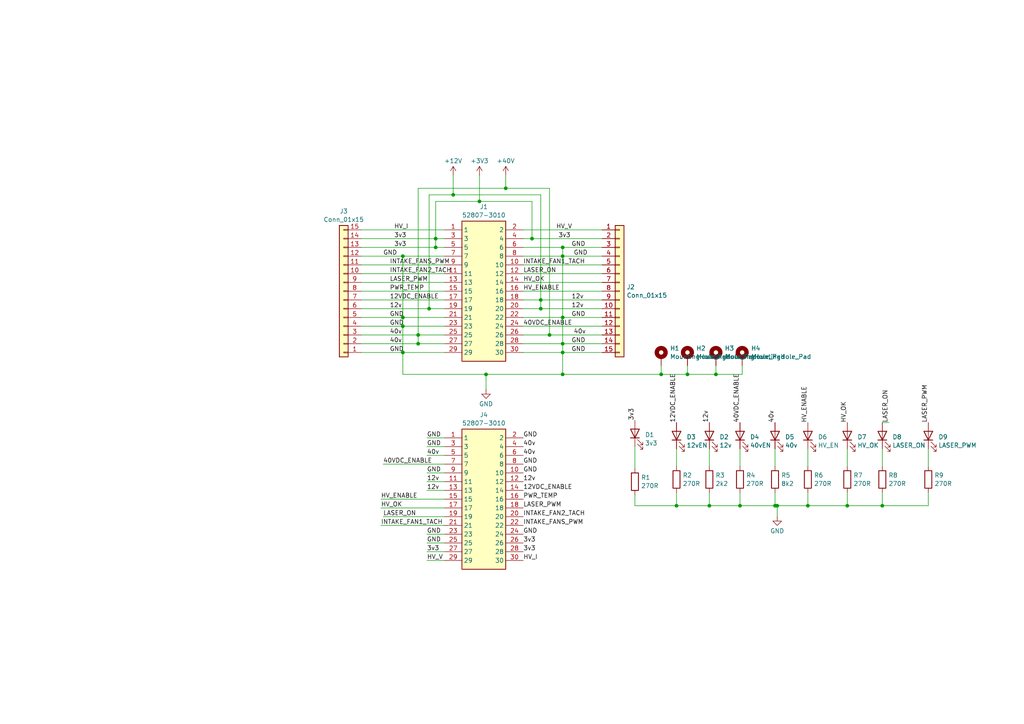
<source format=kicad_sch>
(kicad_sch (version 20231120) (generator "eeschema") (generator_version "8.0")
  (paper "A4")
  (lib_symbols
    (symbol "52807-3010:52807-3010"
      (property "Reference" "J" (at 19.05 7.62 0))
      (property "Value" "52807-3010" (at 19.05 5.08 0))
      (symbol "52807-3010_1_1"
        (rectangle (start 5.08 2.54) (end 17.78 -38.1) (stroke (width 0.254)) (fill (type background)))
        (pin passive line (at 0 0 0) (length 5.08) (name "1") (number "1"))
        (pin passive line (at 22.86 -10.16 180) (length 5.08) (name "10") (number "10"))
        (pin passive line (at 0 -12.7 0) (length 5.08) (name "11") (number "11"))
        (pin passive line (at 22.86 -12.7 180) (length 5.08) (name "12") (number "12"))
        (pin passive line (at 0 -15.24 0) (length 5.08) (name "13") (number "13"))
        (pin passive line (at 22.86 -15.24 180) (length 5.08) (name "14") (number "14"))
        (pin passive line (at 0 -17.78 0) (length 5.08) (name "15") (number "15"))
        (pin passive line (at 22.86 -17.78 180) (length 5.08) (name "16") (number "16"))
        (pin passive line (at 0 -20.32 0) (length 5.08) (name "17") (number "17"))
        (pin passive line (at 22.86 -20.32 180) (length 5.08) (name "18") (number "18"))
        (pin passive line (at 0 -22.86 0) (length 5.08) (name "19") (number "19"))
        (pin passive line (at 22.86 0 180) (length 5.08) (name "2") (number "2"))
        (pin passive line (at 22.86 -22.86 180) (length 5.08) (name "20") (number "20"))
        (pin passive line (at 0 -25.4 0) (length 5.08) (name "21") (number "21"))
        (pin passive line (at 22.86 -25.4 180) (length 5.08) (name "22") (number "22"))
        (pin passive line (at 0 -27.94 0) (length 5.08) (name "23") (number "23"))
        (pin passive line (at 22.86 -27.94 180) (length 5.08) (name "24") (number "24"))
        (pin passive line (at 0 -30.48 0) (length 5.08) (name "25") (number "25"))
        (pin passive line (at 22.86 -30.48 180) (length 5.08) (name "26") (number "26"))
        (pin passive line (at 0 -33.02 0) (length 5.08) (name "27") (number "27"))
        (pin passive line (at 22.86 -33.02 180) (length 5.08) (name "28") (number "28"))
        (pin passive line (at 0 -35.56 0) (length 5.08) (name "29") (number "29"))
        (pin passive line (at 0 -2.54 0) (length 5.08) (name "3") (number "3"))
        (pin passive line (at 22.86 -35.56 180) (length 5.08) (name "30") (number "30"))
        (pin passive line (at 22.86 -2.54 180) (length 5.08) (name "4") (number "4"))
        (pin passive line (at 0 -5.08 0) (length 5.08) (name "5") (number "5"))
        (pin passive line (at 22.86 -5.08 180) (length 5.08) (name "6") (number "6"))
        (pin passive line (at 0 -7.62 0) (length 5.08) (name "7") (number "7"))
        (pin passive line (at 22.86 -7.62 180) (length 5.08) (name "8") (number "8"))
        (pin passive line (at 0 -10.16 0) (length 5.08) (name "9") (number "9"))
      )
    )
    (symbol "Connector_Generic:Conn_01x15" (pin_names (offset 1.016) hide)
      (property "Reference" "J" (at 0 20.32 0))
      (property "Value" "Conn_01x15" (at 0 -20.32 0))
      (symbol "Conn_01x15_1_1"
        (rectangle (start -1.27 -17.653) (end 0 -17.907) (stroke (width 0.1524)))
        (rectangle (start -1.27 -15.113) (end 0 -15.367) (stroke (width 0.1524)))
        (rectangle (start -1.27 -12.573) (end 0 -12.827) (stroke (width 0.1524)))
        (rectangle (start -1.27 -10.033) (end 0 -10.287) (stroke (width 0.1524)))
        (rectangle (start -1.27 -7.493) (end 0 -7.747) (stroke (width 0.1524)))
        (rectangle (start -1.27 -4.953) (end 0 -5.207) (stroke (width 0.1524)))
        (rectangle (start -1.27 -2.413) (end 0 -2.667) (stroke (width 0.1524)))
        (rectangle (start -1.27 0.127) (end 0 -0.127) (stroke (width 0.1524)))
        (rectangle (start -1.27 2.667) (end 0 2.413) (stroke (width 0.1524)))
        (rectangle (start -1.27 5.207) (end 0 4.953) (stroke (width 0.1524)))
        (rectangle (start -1.27 7.747) (end 0 7.493) (stroke (width 0.1524)))
        (rectangle (start -1.27 10.287) (end 0 10.033) (stroke (width 0.1524)))
        (rectangle (start -1.27 12.827) (end 0 12.573) (stroke (width 0.1524)))
        (rectangle (start -1.27 15.367) (end 0 15.113) (stroke (width 0.1524)))
        (rectangle (start -1.27 17.907) (end 0 17.653) (stroke (width 0.1524)))
        (rectangle (start -1.27 19.05) (end 1.27 -19.05) (stroke (width 0.254)) (fill (type background)))
        (pin passive line (at -5.08 17.78 0) (length 3.81) (name "Pin_1") (number "1"))
        (pin passive line (at -5.08 -5.08 0) (length 3.81) (name "Pin_10") (number "10"))
        (pin passive line (at -5.08 -7.62 0) (length 3.81) (name "Pin_11") (number "11"))
        (pin passive line (at -5.08 -10.16 0) (length 3.81) (name "Pin_12") (number "12"))
        (pin passive line (at -5.08 -12.7 0) (length 3.81) (name "Pin_13") (number "13"))
        (pin passive line (at -5.08 -15.24 0) (length 3.81) (name "Pin_14") (number "14"))
        (pin passive line (at -5.08 -17.78 0) (length 3.81) (name "Pin_15") (number "15"))
        (pin passive line (at -5.08 15.24 0) (length 3.81) (name "Pin_2") (number "2"))
        (pin passive line (at -5.08 12.7 0) (length 3.81) (name "Pin_3") (number "3"))
        (pin passive line (at -5.08 10.16 0) (length 3.81) (name "Pin_4") (number "4"))
        (pin passive line (at -5.08 7.62 0) (length 3.81) (name "Pin_5") (number "5"))
        (pin passive line (at -5.08 5.08 0) (length 3.81) (name "Pin_6") (number "6"))
        (pin passive line (at -5.08 2.54 0) (length 3.81) (name "Pin_7") (number "7"))
        (pin passive line (at -5.08 0 0) (length 3.81) (name "Pin_8") (number "8"))
        (pin passive line (at -5.08 -2.54 0) (length 3.81) (name "Pin_9") (number "9"))
      )
    )
    (symbol "Device:LED" (pin_numbers hide) (pin_names (offset 1.016) hide)
      (property "Reference" "D" (at 0 2.54 0))
      (property "Value" "LED" (at 0 -2.54 0))
      (symbol "LED_0_1"
        (polyline (pts (xy -1.27 -1.27) (xy -1.27 1.27)) (stroke (width 0.254)))
        (polyline (pts (xy -1.27 0) (xy 1.27 0)))
        (polyline (pts (xy 1.27 -1.27) (xy 1.27 1.27) (xy -1.27 0) (xy 1.27 -1.27)) (stroke (width 0.254)))
        (polyline (pts (xy -3.048 -0.762) (xy -4.572 -2.286) (xy -3.81 -2.286) (xy -4.572 -2.286) (xy -4.572 -1.524)))
        (polyline (pts (xy -1.778 -0.762) (xy -3.302 -2.286) (xy -2.54 -2.286) (xy -3.302 -2.286) (xy -3.302 -1.524)))
      )
      (symbol "LED_1_1"
        (pin passive line (at -3.81 0 0) (length 2.54) (name "K") (number "1"))
        (pin passive line (at 3.81 0 180) (length 2.54) (name "A") (number "2"))
      )
    )
    (symbol "Device:R" (pin_numbers hide) (pin_names (offset 0))
      (property "Reference" "R" (at 2.032 0 90))
      (property "Value" "R" (at 0 0 90))
      (symbol "R_0_1"
        (rectangle (start -1.016 -2.54) (end 1.016 2.54) (stroke (width 0.254)))
      )
      (symbol "R_1_1"
        (pin passive line (at 0 3.81 270) (length 1.27) (name "~") (number "1"))
        (pin passive line (at 0 -3.81 90) (length 1.27) (name "~") (number "2"))
      )
    )
    (symbol "Mechanical:MountingHole_Pad" (pin_numbers hide) (pin_names (offset 1.016) hide) (exclude_from_sim yes) (in_bom no)
      (property "Reference" "H" (at 0 6.35 0))
      (property "Value" "MountingHole_Pad" (at 0 4.445 0))
      (symbol "MountingHole_Pad_0_1"
        (circle (center 0 1.27) (radius 1.27) (stroke (width 1.27)))
      )
      (symbol "MountingHole_Pad_1_1"
        (pin input line (at 0 -2.54 90) (length 2.54) (name "1") (number "1"))
      )
    )
    (symbol "power:+12V" (power) (pin_numbers hide) (pin_names (offset 0) hide)
      (property "Value" "+12V" (at 0 3.556 0))
      (symbol "+12V_0_1"
        (polyline (pts (xy -0.762 1.27) (xy 0 2.54)))
        (polyline (pts (xy 0 0) (xy 0 2.54)))
        (polyline (pts (xy 0 2.54) (xy 0.762 1.27)))
      )
      (symbol "+12V_1_1"
        (pin power_in line (at 0 0 90) (length 0) (name "~") (number "1"))
      )
    )
    (symbol "power:+36V" (power) (pin_numbers hide) (pin_names (offset 0) hide)
      (property "Value" "+36V" (at 0 3.556 0))
      (symbol "+36V_0_1"
        (polyline (pts (xy -0.762 1.27) (xy 0 2.54)))
        (polyline (pts (xy 0 0) (xy 0 2.54)))
        (polyline (pts (xy 0 2.54) (xy 0.762 1.27)))
      )
      (symbol "+36V_1_1"
        (pin power_in line (at 0 0 90) (length 0) (name "~") (number "1"))
      )
    )
    (symbol "power:+3V3" (power) (pin_numbers hide) (pin_names (offset 0) hide)
      (property "Value" "+3V3" (at 0 3.556 0))
      (symbol "+3V3_0_1"
        (polyline (pts (xy -0.762 1.27) (xy 0 2.54)))
        (polyline (pts (xy 0 0) (xy 0 2.54)))
        (polyline (pts (xy 0 2.54) (xy 0.762 1.27)))
      )
      (symbol "+3V3_1_1"
        (pin power_in line (at 0 0 90) (length 0) (name "~") (number "1"))
      )
    )
    (symbol "power:GND" (power) (pin_numbers hide) (pin_names (offset 0) hide)
      (property "Value" "GND" (at 0 -3.81 0))
      (symbol "GND_0_1"
        (polyline (pts (xy 0 0) (xy 0 -1.27) (xy 1.27 -1.27) (xy 0 -2.54) (xy -1.27 -1.27) (xy 0 -1.27)))
      )
      (symbol "GND_1_1"
        (pin power_in line (at 0 0 270) (length 0) (name "~") (number "1"))
      )
    )
  )
  (junction (at 121.285 97.155))
  (junction (at 234.315 146.685))
  (junction (at 196.215 146.685))
  (junction (at 255.905 146.685))
  (junction (at 116.84 102.235))
  (junction (at 121.285 99.695))
  (junction (at 245.745 146.685))
  (junction (at 163.195 99.695))
  (junction (at 116.84 94.615))
  (junction (at 116.84 74.295))
  (junction (at 124.46 89.535))
  (junction (at 224.79 146.685))
  (junction (at 225.425 146.685))
  (junction (at 146.685 54.61))
  (junction (at 163.195 92.075))
  (junction (at 205.74 146.685))
  (junction (at 207.645 108.585))
  (junction (at 116.84 92.075))
  (junction (at 126.365 71.755))
  (junction (at 199.39 108.585))
  (junction (at 154.305 69.215))
  (junction (at 163.195 102.235))
  (junction (at 214.63 146.685))
  (junction (at 131.445 56.515))
  (junction (at 139.065 58.42))
  (junction (at 163.195 74.295))
  (junction (at 191.77 108.585))
  (junction (at 156.845 89.535))
  (junction (at 163.195 71.755))
  (junction (at 140.97 108.585))
  (junction (at 126.365 69.215))
  (junction (at 163.195 108.585))
  (junction (at 159.385 97.155))
  (junction (at 156.845 86.995))
  (wire (pts (xy 151.765 92.075) (xy 163.195 92.075)))
  (wire (pts (xy 151.765 76.835) (xy 174.625 76.835)))
  (wire (pts (xy 163.195 102.235) (xy 163.195 108.585)))
  (wire (pts (xy 116.84 74.295) (xy 116.84 92.075)))
  (wire (pts (xy 151.765 84.455) (xy 174.625 84.455)))
  (wire (pts (xy 214.63 146.685) (xy 224.79 146.685)))
  (wire (pts (xy 245.745 146.685) (xy 255.905 146.685)))
  (wire (pts (xy 126.365 58.42) (xy 139.065 58.42)))
  (wire (pts (xy 156.845 89.535) (xy 174.625 89.535)))
  (wire (pts (xy 205.74 142.875) (xy 205.74 146.685)))
  (wire (pts (xy 140.97 108.585) (xy 140.97 113.03)))
  (wire (pts (xy 116.84 108.585) (xy 140.97 108.585)))
  (wire (pts (xy 104.775 71.755) (xy 126.365 71.755)))
  (wire (pts (xy 156.845 56.515) (xy 131.445 56.515)))
  (wire (pts (xy 116.84 92.075) (xy 116.84 94.615)))
  (wire (pts (xy 199.39 106.045) (xy 199.39 108.585)))
  (wire (pts (xy 110.49 147.32) (xy 128.905 147.32)))
  (wire (pts (xy 111.125 134.62) (xy 128.905 134.62)))
  (wire (pts (xy 131.445 50.8) (xy 131.445 56.515)))
  (wire (pts (xy 199.39 108.585) (xy 207.645 108.585)))
  (wire (pts (xy 191.77 108.585) (xy 199.39 108.585)))
  (wire (pts (xy 163.195 92.075) (xy 174.625 92.075)))
  (wire (pts (xy 123.825 162.56) (xy 128.905 162.56)))
  (wire (pts (xy 104.775 66.675) (xy 128.905 66.675)))
  (wire (pts (xy 151.765 71.755) (xy 163.195 71.755)))
  (wire (pts (xy 123.825 139.7) (xy 128.905 139.7)))
  (wire (pts (xy 121.285 54.61) (xy 146.685 54.61)))
  (wire (pts (xy 207.645 108.585) (xy 215.265 108.585)))
  (wire (pts (xy 163.195 74.295) (xy 174.625 74.295)))
  (wire (pts (xy 151.765 81.915) (xy 174.625 81.915)))
  (wire (pts (xy 151.765 79.375) (xy 174.625 79.375)))
  (wire (pts (xy 104.775 94.615) (xy 116.84 94.615)))
  (wire (pts (xy 269.24 142.875) (xy 269.24 146.685)))
  (wire (pts (xy 146.685 54.61) (xy 159.385 54.61)))
  (wire (pts (xy 104.775 76.835) (xy 128.905 76.835)))
  (wire (pts (xy 126.365 69.215) (xy 126.365 58.42)))
  (wire (pts (xy 110.49 144.78) (xy 128.905 144.78)))
  (wire (pts (xy 255.905 130.175) (xy 255.905 135.255)))
  (wire (pts (xy 154.305 58.42) (xy 154.305 69.215)))
  (wire (pts (xy 151.765 89.535) (xy 156.845 89.535)))
  (wire (pts (xy 269.24 130.175) (xy 269.24 135.255)))
  (wire (pts (xy 116.84 94.615) (xy 116.84 102.235)))
  (wire (pts (xy 245.745 142.875) (xy 245.745 146.685)))
  (wire (pts (xy 123.825 154.94) (xy 128.905 154.94)))
  (wire (pts (xy 224.79 130.175) (xy 224.79 135.255)))
  (wire (pts (xy 151.765 94.615) (xy 174.625 94.615)))
  (wire (pts (xy 140.97 108.585) (xy 163.195 108.585)))
  (wire (pts (xy 104.775 102.235) (xy 116.84 102.235)))
  (wire (pts (xy 110.49 152.4) (xy 128.905 152.4)))
  (wire (pts (xy 104.775 79.375) (xy 128.905 79.375)))
  (wire (pts (xy 205.74 130.175) (xy 205.74 135.255)))
  (wire (pts (xy 104.775 99.695) (xy 121.285 99.695)))
  (wire (pts (xy 104.775 84.455) (xy 128.905 84.455)))
  (wire (pts (xy 104.775 92.075) (xy 116.84 92.075)))
  (wire (pts (xy 123.825 137.16) (xy 128.905 137.16)))
  (wire (pts (xy 151.765 66.675) (xy 174.625 66.675)))
  (wire (pts (xy 159.385 97.155) (xy 174.625 97.155)))
  (wire (pts (xy 151.765 97.155) (xy 159.385 97.155)))
  (wire (pts (xy 163.195 99.695) (xy 163.195 102.235)))
  (wire (pts (xy 124.46 56.515) (xy 124.46 89.535)))
  (wire (pts (xy 126.365 71.755) (xy 128.905 71.755)))
  (wire (pts (xy 234.315 130.175) (xy 234.315 135.255)))
  (wire (pts (xy 151.765 86.995) (xy 156.845 86.995)))
  (wire (pts (xy 116.84 92.075) (xy 128.905 92.075)))
  (wire (pts (xy 126.365 69.215) (xy 126.365 71.755)))
  (wire (pts (xy 121.285 97.155) (xy 121.285 99.695)))
  (wire (pts (xy 151.765 69.215) (xy 154.305 69.215)))
  (wire (pts (xy 196.215 130.175) (xy 196.215 135.255)))
  (wire (pts (xy 207.645 106.045) (xy 207.645 108.585)))
  (wire (pts (xy 196.215 142.875) (xy 196.215 146.685)))
  (wire (pts (xy 123.825 129.54) (xy 128.905 129.54)))
  (wire (pts (xy 255.905 142.875) (xy 255.905 146.685)))
  (wire (pts (xy 255.905 122.555) (xy 257.81 122.555)))
  (wire (pts (xy 154.305 69.215) (xy 174.625 69.215)))
  (wire (pts (xy 255.905 146.685) (xy 269.24 146.685)))
  (wire (pts (xy 104.775 74.295) (xy 116.84 74.295)))
  (wire (pts (xy 163.195 71.755) (xy 174.625 71.755)))
  (wire (pts (xy 191.77 106.045) (xy 191.77 108.585)))
  (wire (pts (xy 151.765 102.235) (xy 163.195 102.235)))
  (wire (pts (xy 214.63 130.175) (xy 214.63 135.255)))
  (wire (pts (xy 111.125 149.86) (xy 128.905 149.86)))
  (wire (pts (xy 234.315 146.685) (xy 245.745 146.685)))
  (wire (pts (xy 224.79 142.875) (xy 224.79 146.685)))
  (wire (pts (xy 224.79 146.685) (xy 225.425 146.685)))
  (wire (pts (xy 156.845 86.995) (xy 156.845 89.535)))
  (wire (pts (xy 163.195 74.295) (xy 163.195 92.075)))
  (wire (pts (xy 225.425 146.685) (xy 234.315 146.685)))
  (wire (pts (xy 184.15 146.685) (xy 196.215 146.685)))
  (wire (pts (xy 151.765 74.295) (xy 163.195 74.295)))
  (wire (pts (xy 139.065 50.8) (xy 139.065 58.42)))
  (wire (pts (xy 151.765 99.695) (xy 163.195 99.695)))
  (wire (pts (xy 156.845 86.995) (xy 174.625 86.995)))
  (wire (pts (xy 126.365 69.215) (xy 128.905 69.215)))
  (wire (pts (xy 163.195 102.235) (xy 174.625 102.235)))
  (wire (pts (xy 163.195 71.755) (xy 163.195 74.295)))
  (wire (pts (xy 205.74 146.685) (xy 214.63 146.685)))
  (wire (pts (xy 159.385 54.61) (xy 159.385 97.155)))
  (wire (pts (xy 131.445 56.515) (xy 124.46 56.515)))
  (wire (pts (xy 146.685 50.8) (xy 146.685 54.61)))
  (wire (pts (xy 104.775 89.535) (xy 124.46 89.535)))
  (wire (pts (xy 163.195 99.695) (xy 174.625 99.695)))
  (wire (pts (xy 121.285 97.155) (xy 128.905 97.155)))
  (wire (pts (xy 123.825 160.02) (xy 128.905 160.02)))
  (wire (pts (xy 116.84 74.295) (xy 128.905 74.295)))
  (wire (pts (xy 116.84 102.235) (xy 128.905 102.235)))
  (wire (pts (xy 123.825 157.48) (xy 128.905 157.48)))
  (wire (pts (xy 124.46 89.535) (xy 128.905 89.535)))
  (wire (pts (xy 116.84 94.615) (xy 128.905 94.615)))
  (wire (pts (xy 123.825 142.24) (xy 128.905 142.24)))
  (wire (pts (xy 104.775 81.915) (xy 128.905 81.915)))
  (wire (pts (xy 215.265 108.585) (xy 215.265 106.045)))
  (wire (pts (xy 121.285 97.155) (xy 121.285 54.61)))
  (wire (pts (xy 104.775 69.215) (xy 126.365 69.215)))
  (wire (pts (xy 104.775 86.995) (xy 128.905 86.995)))
  (wire (pts (xy 123.825 132.08) (xy 128.905 132.08)))
  (wire (pts (xy 225.425 146.685) (xy 225.425 149.86)))
  (wire (pts (xy 104.775 97.155) (xy 121.285 97.155)))
  (wire (pts (xy 184.15 143.51) (xy 184.15 146.685)))
  (wire (pts (xy 163.195 108.585) (xy 191.77 108.585)))
  (wire (pts (xy 234.315 142.875) (xy 234.315 146.685)))
  (wire (pts (xy 121.285 99.695) (xy 128.905 99.695)))
  (wire (pts (xy 163.195 92.075) (xy 163.195 99.695)))
  (wire (pts (xy 156.845 86.995) (xy 156.845 56.515)))
  (wire (pts (xy 184.15 129.54) (xy 184.15 135.89)))
  (wire (pts (xy 139.065 58.42) (xy 154.305 58.42)))
  (wire (pts (xy 196.215 146.685) (xy 205.74 146.685)))
  (wire (pts (xy 214.63 142.875) (xy 214.63 146.685)))
  (wire (pts (xy 245.745 130.175) (xy 245.745 135.255)))
  (wire (pts (xy 123.825 127) (xy 128.905 127)))
  (wire (pts (xy 116.84 102.235) (xy 116.84 108.585)))
  (label "GND" (at 165.735 99.695 0))
  (label "40VDC_ENABLE" (at 214.63 122.555 90))
  (label "HV_OK" (at 151.765 81.915 0))
  (label "12VDC_ENABLE" (at 151.765 142.24 0))
  (label "40VDC_ENABLE" (at 111.125 134.62 0))
  (label "12VDC_ENABLE" (at 113.03 86.995 0))
  (label "HV_I" (at 114.3 66.675 0))
  (label "HV_ENABLE" (at 151.765 84.455 0))
  (label "GND" (at 113.03 102.235 0))
  (label "GND" (at 151.765 154.94 0))
  (label "GND" (at 165.735 71.755 0))
  (label "3v3" (at 161.925 69.215 0))
  (label "INTAKE_FAN1_TACH" (at 110.49 152.4 0))
  (label "GND" (at 123.825 129.54 0))
  (label "HV_V" (at 161.29 66.675 0))
  (label "HV_ENABLE" (at 234.315 122.555 90))
  (label "LASER_ON" (at 111.125 149.86 0))
  (label "GND" (at 151.765 127 0))
  (label "GND" (at 111.125 74.295 0))
  (label "LASER_PWM" (at 151.765 147.32 0))
  (label "GND" (at 123.825 137.16 0))
  (label "GND" (at 151.765 137.16 0))
  (label "GND" (at 113.03 92.075 0))
  (label "INTAKE_FAN2_TACH" (at 113.03 79.375 0))
  (label "HV_V" (at 123.825 162.56 0))
  (label "GND" (at 151.765 134.62 0))
  (label "LASER_PWM" (at 113.03 81.915 0))
  (label "12v" (at 123.825 142.24 0))
  (label "40v" (at 166.37 97.155 0))
  (label "12v" (at 123.825 139.7 0))
  (label "INTAKE_FAN2_TACH" (at 151.765 149.86 0))
  (label "INTAKE_FAN1_TACH" (at 151.765 76.835 0))
  (label "LASER_PWM" (at 269.24 122.555 90))
  (label "12VDC_ENABLE" (at 196.215 122.555 90))
  (label "40v" (at 123.825 132.08 0))
  (label "40v" (at 151.765 129.54 0))
  (label "40v" (at 151.765 132.08 0))
  (label "40v" (at 113.03 97.155 0))
  (label "GND" (at 166.37 74.295 0))
  (label "12v" (at 165.735 89.535 0))
  (label "3v3" (at 151.765 160.02 0))
  (label "3v3" (at 184.15 121.92 90))
  (label "12v" (at 165.735 86.995 0))
  (label "PWR_TEMP" (at 113.03 84.455 0))
  (label "LASER_ON" (at 257.81 122.555 90))
  (label "INTAKE_FANS_PWM" (at 151.765 152.4 0))
  (label "3v3" (at 114.3 69.215 0))
  (label "HV_OK" (at 110.49 147.32 0))
  (label "GND" (at 165.735 102.235 0))
  (label "3v3" (at 114.3 71.755 0))
  (label "GND" (at 123.825 127 0))
  (label "12v" (at 205.74 122.555 90))
  (label "12v" (at 151.765 139.7 0))
  (label "40v" (at 113.03 99.695 0))
  (label "HV_I" (at 151.765 162.56 0))
  (label "3v3" (at 123.825 160.02 0))
  (label "12v" (at 113.03 89.535 0))
  (label "GND" (at 123.825 157.48 0))
  (label "PWR_TEMP" (at 151.765 144.78 0))
  (label "LASER_ON" (at 151.765 79.375 0))
  (label "GND" (at 123.825 154.94 0))
  (label "GND" (at 113.03 94.615 0))
  (label "3v3" (at 151.765 157.48 0))
  (label "GND" (at 165.735 92.075 0))
  (label "HV_ENABLE" (at 110.49 144.78 0))
  (label "HV_OK" (at 245.745 122.555 90))
  (label "40VDC_ENABLE" (at 151.765 94.615 0))
  (label "INTAKE_FANS_PWM" (at 113.03 76.835 0))
  (label "40v" (at 224.79 122.555 90))
  (symbol (lib_id "Device:LED") (at 269.24 126.365 90) (unit 1)
    (property "Reference" "D9" (at 272.161 126.7403 90) (effects (justify right)))
    (property "Value" "LASER_PWM" (at 272.161 129.1646 90) (effects (justify right)))
    (property "Footprint" "LED_SMD:LED_0805_2012Metric_Pad1.15x1.40mm_HandSolder" (effects (hide yes)))
    (property "Description" "Light emitting diode" (effects (hide yes)))
  )
  (symbol (lib_id "Connector_Generic:Conn_01x15") (at 99.695 84.455 180) (unit 1)
    (property "Reference" "J3" (at 99.695 61.2605 0))
    (property "Value" "Conn_01x15" (at 99.695 63.6848 0))
    (property "Footprint" "Connector_PinSocket_2.54mm:PinSocket_1x15_P2.54mm_Vertical" (effects (hide yes)))
    (property "Description" "Generic connector, single row, 01x15, script generated (kicad-library-utils/schlib/autogen/connector/)" (effects (hide yes)))
  )
  (symbol (lib_id "power:+3V3") (at 139.065 50.8 0) (unit 1)
    (property "Reference" "#PWR3" (effects (hide yes)))
    (property "Value" "+3V3" (at 139.065 46.6669 0))
    (property "Description" "Power symbol creates a global label with name \"+3V3\"" (effects (hide yes)))
  )
  (symbol (lib_id "Device:R") (at 224.79 139.065 0) (unit 1)
    (property "Reference" "R5" (at 226.568 137.8528 0) (effects (justify left)))
    (property "Value" "8k2" (at 226.568 140.2771 0) (effects (justify left)))
    (property "Footprint" "Resistor_SMD:R_0805_2012Metric_Pad1.20x1.40mm_HandSolder" (effects (hide yes)))
    (property "Description" "Resistor" (effects (hide yes)))
  )
  (symbol (lib_id "Device:LED") (at 245.745 126.365 90) (unit 1)
    (property "Reference" "D7" (at 248.666 126.7403 90) (effects (justify right)))
    (property "Value" "HV_OK" (at 248.666 129.1646 90) (effects (justify right)))
    (property "Footprint" "LED_SMD:LED_0805_2012Metric_Pad1.15x1.40mm_HandSolder" (effects (hide yes)))
    (property "Description" "Light emitting diode" (effects (hide yes)))
  )
  (symbol (lib_id "Device:LED") (at 196.215 126.365 90) (unit 1)
    (property "Reference" "D3" (at 199.136 126.7403 90) (effects (justify right)))
    (property "Value" "12vEN" (at 199.136 129.1646 90) (effects (justify right)))
    (property "Footprint" "LED_SMD:LED_0805_2012Metric_Pad1.15x1.40mm_HandSolder" (effects (hide yes)))
    (property "Description" "Light emitting diode" (effects (hide yes)))
  )
  (symbol (lib_id "Mechanical:MountingHole_Pad") (at 199.39 103.505 0) (unit 1) (exclude_from_sim yes) (in_bom no)
    (property "Reference" "H2" (at 201.93 101.0228 0) (effects (justify left)))
    (property "Value" "MountingHole_Pad" (at 201.93 103.4471 0) (effects (justify left)))
    (property "Footprint" "MountingHole:MountingHole_3.2mm_M3_DIN965_Pad_TopBottom" (effects (hide yes)))
    (property "Description" "Mounting Hole with connection" (effects (hide yes)))
  )
  (symbol (lib_id "Connector_Generic:Conn_01x15") (at 179.705 84.455 0) (unit 1)
    (property "Reference" "J2" (at 181.737 83.2428 0) (effects (justify left)))
    (property "Value" "Conn_01x15" (at 181.737 85.6671 0) (effects (justify left)))
    (property "Footprint" "Connector_PinSocket_2.54mm:PinSocket_1x15_P2.54mm_Vertical" (effects (hide yes)))
    (property "Description" "Generic connector, single row, 01x15, script generated (kicad-library-utils/schlib/autogen/connector/)" (effects (hide yes)))
  )
  (symbol (lib_id "Device:R") (at 269.24 139.065 0) (unit 1)
    (property "Reference" "R9" (at 271.018 137.8528 0) (effects (justify left)))
    (property "Value" "270R" (at 271.018 140.2771 0) (effects (justify left)))
    (property "Footprint" "Resistor_SMD:R_0805_2012Metric_Pad1.20x1.40mm_HandSolder" (effects (hide yes)))
    (property "Description" "Resistor" (effects (hide yes)))
  )
  (symbol (lib_id "power:GND") (at 140.97 113.03 0) (unit 1)
    (property "Reference" "#PWR1" (effects (hide yes)))
    (property "Value" "GND" (at 140.97 117.1631 0))
    (property "Description" "Power symbol creates a global label with name \"GND\" , ground" (effects (hide yes)))
  )
  (symbol (lib_id "Device:R") (at 245.745 139.065 0) (unit 1)
    (property "Reference" "R7" (at 247.523 137.8528 0) (effects (justify left)))
    (property "Value" "270R" (at 247.523 140.2771 0) (effects (justify left)))
    (property "Footprint" "Resistor_SMD:R_0805_2012Metric_Pad1.20x1.40mm_HandSolder" (effects (hide yes)))
    (property "Description" "Resistor" (effects (hide yes)))
  )
  (symbol (lib_id "Mechanical:MountingHole_Pad") (at 207.645 103.505 0) (unit 1) (exclude_from_sim yes) (in_bom no)
    (property "Reference" "H3" (at 210.185 101.0228 0) (effects (justify left)))
    (property "Value" "MountingHole_Pad" (at 210.185 103.4471 0) (effects (justify left)))
    (property "Footprint" "MountingHole:MountingHole_3.2mm_M3_DIN965_Pad_TopBottom" (effects (hide yes)))
    (property "Description" "Mounting Hole with connection" (effects (hide yes)))
  )
  (symbol (lib_id "Mechanical:MountingHole_Pad") (at 215.265 103.505 0) (unit 1) (exclude_from_sim yes) (in_bom no)
    (property "Reference" "H4" (at 217.805 101.0228 0) (effects (justify left)))
    (property "Value" "MountingHole_Pad" (at 217.805 103.4471 0) (effects (justify left)))
    (property "Footprint" "MountingHole:MountingHole_3.2mm_M3_DIN965_Pad_TopBottom" (effects (hide yes)))
    (property "Description" "Mounting Hole with connection" (effects (hide yes)))
  )
  (symbol (lib_id "power:GND") (at 225.425 149.86 0) (unit 1)
    (property "Reference" "#PWR5" (effects (hide yes)))
    (property "Value" "GND" (at 225.425 153.9931 0))
    (property "Description" "Power symbol creates a global label with name \"GND\" , ground" (effects (hide yes)))
  )
  (symbol (lib_id "Device:LED") (at 205.74 126.365 90) (unit 1)
    (property "Reference" "D2" (at 208.661 126.7403 90) (effects (justify right)))
    (property "Value" "12v" (at 208.661 129.1646 90) (effects (justify right)))
    (property "Footprint" "LED_SMD:LED_0805_2012Metric_Pad1.15x1.40mm_HandSolder" (effects (hide yes)))
    (property "Description" "Light emitting diode" (effects (hide yes)))
  )
  (symbol (lib_id "Device:R") (at 196.215 139.065 0) (unit 1)
    (property "Reference" "R2" (at 197.993 137.8528 0) (effects (justify left)))
    (property "Value" "270R" (at 197.993 140.2771 0) (effects (justify left)))
    (property "Footprint" "Resistor_SMD:R_0805_2012Metric_Pad1.20x1.40mm_HandSolder" (effects (hide yes)))
    (property "Description" "Resistor" (effects (hide yes)))
  )
  (symbol (lib_id "Mechanical:MountingHole_Pad") (at 191.77 103.505 0) (unit 1) (exclude_from_sim yes) (in_bom no)
    (property "Reference" "H1" (at 194.31 101.0228 0) (effects (justify left)))
    (property "Value" "MountingHole_Pad" (at 194.31 103.4471 0) (effects (justify left)))
    (property "Footprint" "MountingHole:MountingHole_3.2mm_M3_DIN965_Pad_TopBottom" (effects (hide yes)))
    (property "Description" "Mounting Hole with connection" (effects (hide yes)))
  )
  (symbol (lib_id "Device:LED") (at 255.905 126.365 90) (unit 1)
    (property "Reference" "D8" (at 258.826 126.7403 90) (effects (justify right)))
    (property "Value" "LASER_ON" (at 258.826 129.1646 90) (effects (justify right)))
    (property "Footprint" "LED_SMD:LED_0805_2012Metric_Pad1.15x1.40mm_HandSolder" (effects (hide yes)))
    (property "Description" "Light emitting diode" (effects (hide yes)))
  )
  (symbol (lib_id "Device:R") (at 205.74 139.065 0) (unit 1)
    (property "Reference" "R3" (at 207.518 137.8528 0) (effects (justify left)))
    (property "Value" "2k2" (at 207.518 140.2771 0) (effects (justify left)))
    (property "Footprint" "Resistor_SMD:R_0805_2012Metric_Pad1.20x1.40mm_HandSolder" (effects (hide yes)))
    (property "Description" "Resistor" (effects (hide yes)))
  )
  (symbol (lib_id "power:+12V") (at 131.445 50.8 0) (unit 1)
    (property "Reference" "#PWR2" (effects (hide yes)))
    (property "Value" "+12V" (at 131.445 46.6669 0))
    (property "Description" "Power symbol creates a global label with name \"+12V\"" (effects (hide yes)))
  )
  (symbol (lib_id "Device:R") (at 234.315 139.065 0) (unit 1)
    (property "Reference" "R6" (at 236.093 137.8528 0) (effects (justify left)))
    (property "Value" "270R" (at 236.093 140.2771 0) (effects (justify left)))
    (property "Footprint" "Resistor_SMD:R_0805_2012Metric_Pad1.20x1.40mm_HandSolder" (effects (hide yes)))
    (property "Description" "Resistor" (effects (hide yes)))
  )
  (symbol (lib_id "Device:LED") (at 224.79 126.365 90) (unit 1)
    (property "Reference" "D5" (at 227.711 126.7403 90) (effects (justify right)))
    (property "Value" "40v" (at 227.711 129.1646 90) (effects (justify right)))
    (property "Footprint" "LED_SMD:LED_0805_2012Metric_Pad1.15x1.40mm_HandSolder" (effects (hide yes)))
    (property "Description" "Light emitting diode" (effects (hide yes)))
  )
  (symbol (lib_id "Device:R") (at 214.63 139.065 0) (unit 1)
    (property "Reference" "R4" (at 216.408 137.8528 0) (effects (justify left)))
    (property "Value" "270R" (at 216.408 140.2771 0) (effects (justify left)))
    (property "Footprint" "Resistor_SMD:R_0805_2012Metric_Pad1.20x1.40mm_HandSolder" (effects (hide yes)))
    (property "Description" "Resistor" (effects (hide yes)))
  )
  (symbol (lib_id "power:+36V") (at 146.685 50.8 0) (unit 1)
    (property "Reference" "#PWR4" (effects (hide yes)))
    (property "Value" "+40V" (at 146.685 46.6669 0))
    (property "Description" "Power symbol creates a global label with name \"+36V\"" (effects (hide yes)))
  )
  (symbol (lib_id "Device:LED") (at 234.315 126.365 90) (unit 1)
    (property "Reference" "D6" (at 237.236 126.7403 90) (effects (justify right)))
    (property "Value" "HV_EN" (at 237.236 129.1646 90) (effects (justify right)))
    (property "Footprint" "LED_SMD:LED_0805_2012Metric_Pad1.15x1.40mm_HandSolder" (effects (hide yes)))
    (property "Description" "Light emitting diode" (effects (hide yes)))
  )
  (symbol (lib_id "52807-3010:52807-3010") (at 128.905 127 0) (unit 1)
    (property "Reference" "J4" (at 140.335 120.3155 0))
    (property "Value" "52807-3010" (at 140.335 122.7398 0))
    (property "Footprint" "glowforge:528073010" (effects (hide yes)))
    (property "Datasheet" "https://www.molex.com/content/dam/molex/molex-dot-com/products/automated/en-us/salesdrawingpdf/528/52807/528073010_sd.pdf" (effects (hide yes)))
    (property "Description" "1.00mm Pitch Easy-On FFC/FPC Connector, Right-Angle, Non-ZIF, Top Contact Style Receptacle, 30 Circuits" (effects (hide yes)))
    (property "Height" "3.9" (effects (hide yes)))
    (property "Manufacturer_Name" "Molex" (effects (hide yes)))
    (property "Manufacturer_Part_Number" "52807-3010" (effects (hide yes)))
  )
  (symbol (lib_id "Device:LED") (at 184.15 125.73 90) (unit 1)
    (property "Reference" "D1" (at 187.071 126.1053 90) (effects (justify right)))
    (property "Value" "3v3" (at 187.071 128.5296 90) (effects (justify right)))
    (property "Footprint" "LED_SMD:LED_0805_2012Metric_Pad1.15x1.40mm_HandSolder" (effects (hide yes)))
    (property "Description" "Light emitting diode" (effects (hide yes)))
  )
  (symbol (lib_id "52807-3010:52807-3010") (at 128.905 66.675 0) (unit 1)
    (property "Reference" "J1" (at 140.335 59.9905 0))
    (property "Value" "52807-3010" (at 140.335 62.4148 0))
    (property "Footprint" "glowforge:528073010" (effects (hide yes)))
    (property "Datasheet" "https://www.molex.com/content/dam/molex/molex-dot-com/products/automated/en-us/salesdrawingpdf/528/52807/528073010_sd.pdf" (effects (hide yes)))
    (property "Description" "1.00mm Pitch Easy-On FFC/FPC Connector, Right-Angle, Non-ZIF, Top Contact Style Receptacle, 30 Circuits" (effects (hide yes)))
    (property "Height" "3.9" (effects (hide yes)))
    (property "Manufacturer_Name" "Molex" (effects (hide yes)))
    (property "Manufacturer_Part_Number" "52807-3010" (effects (hide yes)))
  )
  (symbol (lib_id "Device:R") (at 184.15 139.7 0) (unit 1)
    (property "Reference" "R1" (at 185.928 138.4878 0) (effects (justify left)))
    (property "Value" "270R" (at 185.928 140.9121 0) (effects (justify left)))
    (property "Footprint" "Resistor_SMD:R_0805_2012Metric_Pad1.20x1.40mm_HandSolder" (effects (hide yes)))
    (property "Description" "Resistor" (effects (hide yes)))
  )
  (symbol (lib_id "Device:R") (at 255.905 139.065 0) (unit 1)
    (property "Reference" "R8" (at 257.683 137.8528 0) (effects (justify left)))
    (property "Value" "270R" (at 257.683 140.2771 0) (effects (justify left)))
    (property "Footprint" "Resistor_SMD:R_0805_2012Metric_Pad1.20x1.40mm_HandSolder" (effects (hide yes)))
    (property "Description" "Resistor" (effects (hide yes)))
  )
  (symbol (lib_id "Device:LED") (at 214.63 126.365 90) (unit 1)
    (property "Reference" "D4" (at 217.551 126.7403 90) (effects (justify right)))
    (property "Value" "40vEN" (at 217.551 129.1646 90) (effects (justify right)))
    (property "Footprint" "LED_SMD:LED_0805_2012Metric_Pad1.15x1.40mm_HandSolder" (effects (hide yes)))
    (property "Description" "Light emitting diode" (effects (hide yes)))
  )
)
</source>
